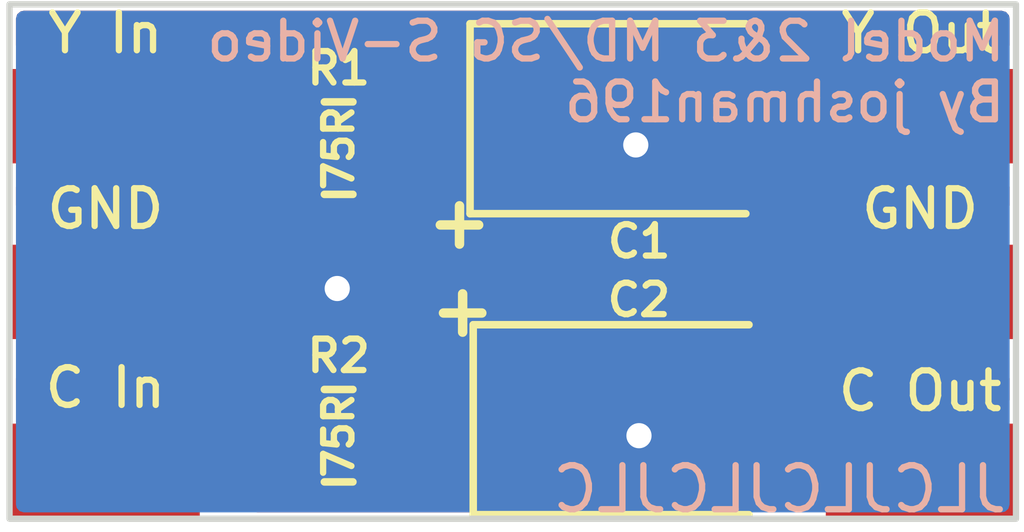
<source format=kicad_pcb>
(kicad_pcb (version 20221018) (generator pcbnew)
  (layers (0 "F.Cu" signal) (31 "B.Cu" signal) (34 "B.Paste" user) (35 "F.Paste" user) (36 "B.SilkS" user "B.Silkscreen") (37 "F.SilkS" user "F.Silkscreen") (38 "B.Mask" user) (39 "F.Mask" user) (44 "Edge.Cuts" user))
  (net 0 "")
  (net 1 "Net-(C1-Pad1)")
  (net 2 "Net-(J3-Pin_1)")
  (net 3 "Net-(C2-Pad1)")
  (net 4 "Net-(J4-Pin_1)")
  (net 5 "Net-(J1-Pin_1)")
  (net 6 "Net-(J2-Pin_1)")
  (net 7 "GND")
  (footprint "Connector_Wire:SolderWirePad_1x01_SMD_1.5x3mm" (layer "F.Cu") (at 118.618 73.66 90)
    (fp_text reference "J3" hide)
    (fp_text value "Y Out" (at 1.3208 0 180) (layer "F.SilkS") (effects (font (size 0.6 0.6) (thickness 0.1) bold)))
    (pad "1" smd rect (at 0 0 90) (size 1.5 3) (layers "F.Cu" "F.Paste" "F.Mask") (net 2 "Net-(J3-Pin_1)"))
  )
  (footprint "Connector_Wire:SolderWirePad_1x01_SMD_1.5x3mm" (layer "F.Cu") (at 105.664 79.2988 -90)
    (fp_text reference "J2" hide)
    (fp_text value "C In" (at -1.3208 0) (layer "F.SilkS") (effects (font (size 0.6 0.6) (thickness 0.1) bold)))
    (pad "1" smd rect (at 0 0 270) (size 1.5 3) (layers "F.Cu" "F.Paste" "F.Mask") (net 6 "Net-(J2-Pin_1)"))
  )
  (footprint "Capacitor_Tantalum_SMD:CP_EIA-3528-15_AVX-H_Pad1.50x2.35mm_HandSolder" (layer "F.Cu") (at 114.0968 73.7)
    (fp_text reference "C1" (at 0.0532 1.95) (layer "F.SilkS") (effects (font (size 0.5 0.5) (thickness 0.1) bold)))
    (fp_text value "220uF 6.3v" hide)
    (fp_line (start -2.635 -1.51) (end -2.635 1.51) (stroke (width 0.12)) (layer "F.SilkS"))
    (fp_line (start -2.635 1.51) (end 1.75 1.51) (stroke (width 0.12)) (layer "F.SilkS"))
    (fp_line (start 1.75 -1.51) (end -2.635 -1.51) (stroke (width 0.12)) (layer "F.SilkS"))
    (pad "1" smd roundrect (at -1.625 0) (size 1.5 2.35) (layers "F.Cu" "F.Paste" "F.Mask") (roundrect_rratio 0.1666673333) (net 1 "Net-(C1-Pad1)"))
    (pad "2" smd roundrect (at 1.625 0) (size 1.5 2.35) (layers "F.Cu" "F.Paste" "F.Mask") (roundrect_rratio 0.1666673333) (net 2 "Net-(J3-Pin_1)"))
  )
  (footprint "Connector_Wire:SolderWirePad_1x01_SMD_1.5x3mm" (layer "F.Cu") (at 105.664 73.66 -90)
    (fp_text reference "J1" hide)
    (fp_text value "Y In" (at -1.3208 0) (layer "F.SilkS") (effects (font (size 0.6 0.6) (thickness 0.1) bold)))
    (pad "1" smd rect (at 0 0 270) (size 1.5 3) (layers "F.Cu" "F.Paste" "F.Mask") (net 5 "Net-(J1-Pin_1)"))
  )
  (footprint "Connector_Wire:SolderWirePad_1x01_SMD_1.5x3mm" (layer "F.Cu") (at 105.664 76.454 90)
    (fp_text reference "J5" hide)
    (fp_text value "GND" (at 1.3208 0 180) (layer "F.SilkS") (effects (font (size 0.6 0.6) (thickness 0.1) bold)))
    (pad "1" smd rect (at 0 0 90) (size 1.5 3) (layers "F.Cu" "F.Paste" "F.Mask") (net 7 "GND"))
  )
  (footprint "Resistor_SMD:R_0805_2012Metric_Pad1.20x1.40mm_HandSolder" (layer "F.Cu") (at 109.3724 78.74)
    (fp_text reference "R2" (at 0 -1.27) (layer "F.SilkS") (effects (font (size 0.5 0.5) (thickness 0.1) bold)))
    (fp_text value "75R" (at 0 0 90) (layer "F.SilkS") (effects (font (size 0.45 0.45) (thickness 0.1) bold)))
    (fp_line (start -0.227064 -0.735) (end 0.227064 -0.735) (stroke (width 0.12)) (layer "F.SilkS"))
    (fp_line (start -0.227064 0.735) (end 0.227064 0.735) (stroke (width 0.12)) (layer "F.SilkS"))
    (pad "1" smd roundrect (at -1 0) (size 1.2 1.4) (layers "F.Cu" "F.Paste" "F.Mask") (roundrect_rratio 0.2083333333) (net 6 "Net-(J2-Pin_1)"))
    (pad "2" smd roundrect (at 1 0) (size 1.2 1.4) (layers "F.Cu" "F.Paste" "F.Mask") (roundrect_rratio 0.2083333333) (net 3 "Net-(C2-Pad1)"))
  )
  (footprint "Capacitor_Tantalum_SMD:CP_EIA-3528-15_AVX-H_Pad1.50x2.35mm_HandSolder" (layer "F.Cu") (at 114.147 78.486)
    (fp_text reference "C2" (at 0 -1.905) (layer "F.SilkS") (effects (font (size 0.5 0.5) (thickness 0.1) bold)))
    (fp_text value "220uF 6.3v" hide)
    (fp_line (start -2.635 -1.51) (end -2.635 1.51) (stroke (width 0.12)) (layer "F.SilkS"))
    (fp_line (start -2.635 1.51) (end 1.75 1.51) (stroke (width 0.12)) (layer "F.SilkS"))
    (fp_line (start 1.75 -1.51) (end -2.635 -1.51) (stroke (width 0.12)) (layer "F.SilkS"))
    (pad "1" smd roundrect (at -1.625 0) (size 1.5 2.35) (layers "F.Cu" "F.Paste" "F.Mask") (roundrect_rratio 0.1666673333) (net 3 "Net-(C2-Pad1)"))
    (pad "2" smd roundrect (at 1.625 0) (size 1.5 2.35) (layers "F.Cu" "F.Paste" "F.Mask") (roundrect_rratio 0.1666673333) (net 4 "Net-(J4-Pin_1)"))
  )
  (footprint "Connector_Wire:SolderWirePad_1x01_SMD_1.5x3mm" (layer "F.Cu") (at 118.618 79.2988 90)
    (fp_text reference "J4" hide)
    (fp_text value "C Out" (at 1.27 0 180) (layer "F.SilkS") (effects (font (size 0.6 0.6) (thickness 0.1) bold)))
    (pad "1" smd rect (at 0 0 90) (size 1.5 3) (layers "F.Cu" "F.Paste" "F.Mask") (net 4 "Net-(J4-Pin_1)"))
  )
  (footprint "Connector_Wire:SolderWirePad_1x01_SMD_1.5x3mm" (layer "F.Cu") (at 118.618 76.454 90)
    (fp_text reference "J6" hide)
    (fp_text value "GND" (at 1.3208 0 180) (layer "F.SilkS") (effects (font (size 0.6 0.6) (thickness 0.1) bold)))
    (pad "1" smd rect (at 0 0 90) (size 1.5 3) (layers "F.Cu" "F.Paste" "F.Mask") (net 7 "GND"))
  )
  (footprint "Resistor_SMD:R_0805_2012Metric_Pad1.20x1.40mm_HandSolder" (layer "F.Cu") (at 109.3724 74.168)
    (fp_text reference "R1" (at 0 -1.27) (layer "F.SilkS") (effects (font (size 0.5 0.5) (thickness 0.1) bold)))
    (fp_text value "75R" (at 0 0 90) (layer "F.SilkS") (effects (font (size 0.45 0.45) (thickness 0.1) bold)))
    (fp_line (start -0.227064 -0.735) (end 0.227064 -0.735) (stroke (width 0.12)) (layer "F.SilkS"))
    (fp_line (start -0.227064 0.735) (end 0.227064 0.735) (stroke (width 0.12)) (layer "F.SilkS"))
    (pad "1" smd roundrect (at -1 0) (size 1.2 1.4) (layers "F.Cu" "F.Paste" "F.Mask") (roundrect_rratio 0.2083333333) (net 5 "Net-(J1-Pin_1)"))
    (pad "2" smd roundrect (at 1 0) (size 1.2 1.4) (layers "F.Cu" "F.Paste" "F.Mask") (roundrect_rratio 0.2083333333) (net 1 "Net-(C1-Pad1)"))
  )
  (gr_rect (start 104.14 71.882) (end 120.142 80.0608) (stroke (width 0.1)) (fill none) (layer "Edge.Cuts"))
  (gr_text "Model 2&3 MD/SG S-Video\nBy joshman196" (at 120.015 73.787) (layer "B.SilkS") (effects (font (size 0.6 0.6) (thickness 0.1) bold) (justify left bottom mirror)))
  (gr_text "JLCJLCJLCJLC" (at 120.05 80) (layer "B.SilkS") (effects (font (size 0.7 0.7) (thickness 0.1)) (justify left bottom mirror)))
  (gr_text "+" (at 110.75 77.2) (layer "F.SilkS") (effects (font (size 0.8 0.8)) (justify left bottom)))
  (gr_text "+" (at 110.7 75.8) (layer "F.SilkS") (effects (font (size 0.8 0.8)) (justify left bottom)))
  (segment (start 112.0038 74.168) (end 112.4718 73.7) (width 0.5) (layer "F.Cu") (net 1))
  (segment (start 110.3724 74.168) (end 112.0038 74.168) (width 0.5) (layer "F.Cu") (net 1))
  (segment (start 118.578 73.7) (end 118.618 73.66) (width 0.5) (layer "F.Cu") (net 2))
  (segment (start 115.7218 73.7) (end 118.578 73.7) (width 0.5) (layer "F.Cu") (net 2))
  (segment (start 110.3724 78.74) (end 112.522 78.74) (width 0.5) (layer "F.Cu") (net 3))
  (segment (start 118.11 78.74) (end 118.618 79.248) (width 0.5) (layer "F.Cu") (net 4))
  (segment (start 115.772 78.74) (end 118.11 78.74) (width 0.5) (layer "F.Cu") (net 4))
  (segment (start 105.664 73.66) (end 107.8644 73.66) (width 0.5) (layer "F.Cu") (net 5))
  (segment (start 107.8644 73.66) (end 108.3724 74.168) (width 0.5) (layer "F.Cu") (net 5))
  (segment (start 107.8644 79.248) (end 108.3724 78.74) (width 0.5) (layer "F.Cu") (net 6))
  (segment (start 105.664 79.248) (end 107.8644 79.248) (width 0.5) (layer "F.Cu") (net 6))
  (via (at 114.0968 74.1172) (size 0.8) (drill 0.4) (layers "F.Cu" "B.Cu") (net 7))
  (via (at 114.1476 78.74) (size 0.8) (drill 0.4) (layers "F.Cu" "B.Cu") (net 7))
  (via (at 109.35 76.4) (size 0.8) (drill 0.4) (layers "F.Cu" "B.Cu") (net 7))
  (zone (net 7) (net_name "GND") (layers "F&B.Cu") (connect_pads (clearance 0.25)) (min_thickness 0.25) (fill yes (thermal_gap 0.5) (thermal_bridge_width 0.5))
    (polygon (pts (xy 104.2416 71.9836) (xy 120.0404 71.9836) (xy 120.0404 79.9592) (xy 104.2416 79.9592)))
  )
)
</source>
